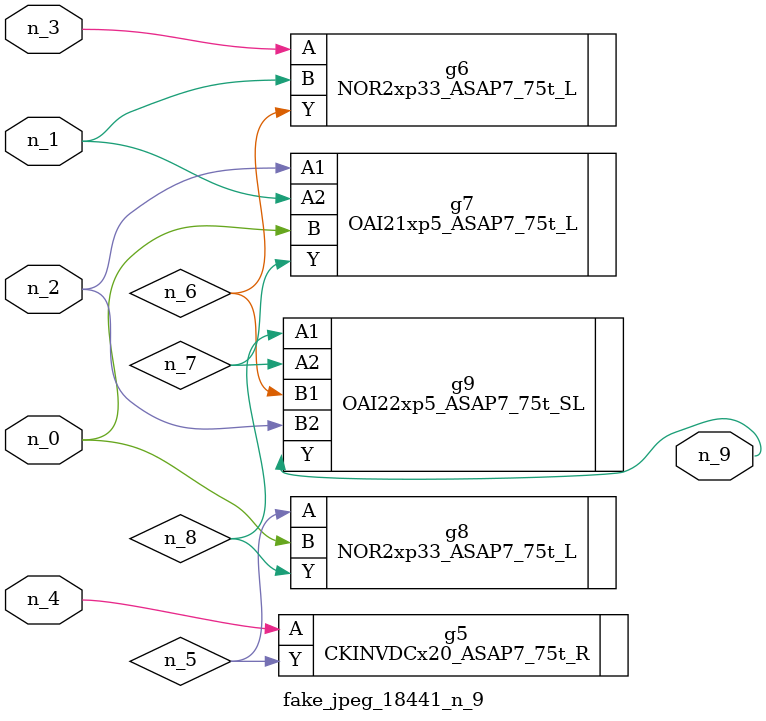
<source format=v>
module fake_jpeg_18441_n_9 (n_3, n_2, n_1, n_0, n_4, n_9);

input n_3;
input n_2;
input n_1;
input n_0;
input n_4;

output n_9;

wire n_8;
wire n_6;
wire n_5;
wire n_7;

CKINVDCx20_ASAP7_75t_R g5 ( 
.A(n_4),
.Y(n_5)
);

NOR2xp33_ASAP7_75t_L g6 ( 
.A(n_3),
.B(n_1),
.Y(n_6)
);

OAI21xp5_ASAP7_75t_L g7 ( 
.A1(n_2),
.A2(n_1),
.B(n_0),
.Y(n_7)
);

NOR2xp33_ASAP7_75t_L g8 ( 
.A(n_5),
.B(n_0),
.Y(n_8)
);

OAI22xp5_ASAP7_75t_SL g9 ( 
.A1(n_8),
.A2(n_7),
.B1(n_6),
.B2(n_2),
.Y(n_9)
);


endmodule
</source>
